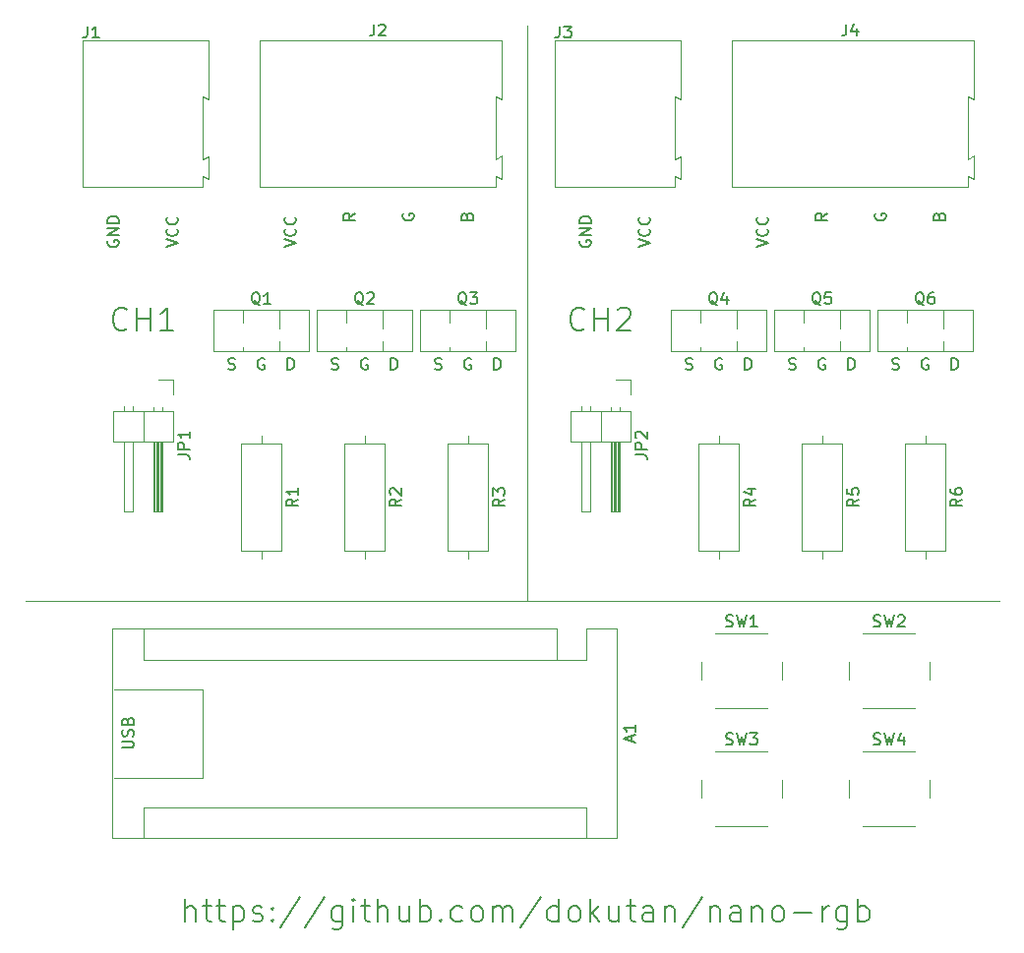
<source format=gto>
G04 #@! TF.GenerationSoftware,KiCad,Pcbnew,5.1.4*
G04 #@! TF.CreationDate,2019-11-07T18:24:18+01:00*
G04 #@! TF.ProjectId,nano-rgb,6e616e6f-2d72-4676-922e-6b696361645f,rev?*
G04 #@! TF.SameCoordinates,Original*
G04 #@! TF.FileFunction,Legend,Top*
G04 #@! TF.FilePolarity,Positive*
%FSLAX46Y46*%
G04 Gerber Fmt 4.6, Leading zero omitted, Abs format (unit mm)*
G04 Created by KiCad (PCBNEW 5.1.4) date 2019-11-07 18:24:18*
%MOMM*%
%LPD*%
G04 APERTURE LIST*
%ADD10C,0.150000*%
%ADD11C,0.120000*%
%ADD12C,0.200000*%
G04 APERTURE END LIST*
D10*
X156039047Y-145684761D02*
X156039047Y-143684761D01*
X156896190Y-145684761D02*
X156896190Y-144637142D01*
X156800952Y-144446666D01*
X156610476Y-144351428D01*
X156324761Y-144351428D01*
X156134285Y-144446666D01*
X156039047Y-144541904D01*
X157562857Y-144351428D02*
X158324761Y-144351428D01*
X157848571Y-143684761D02*
X157848571Y-145399047D01*
X157943809Y-145589523D01*
X158134285Y-145684761D01*
X158324761Y-145684761D01*
X158705714Y-144351428D02*
X159467619Y-144351428D01*
X158991428Y-143684761D02*
X158991428Y-145399047D01*
X159086666Y-145589523D01*
X159277142Y-145684761D01*
X159467619Y-145684761D01*
X160134285Y-144351428D02*
X160134285Y-146351428D01*
X160134285Y-144446666D02*
X160324761Y-144351428D01*
X160705714Y-144351428D01*
X160896190Y-144446666D01*
X160991428Y-144541904D01*
X161086666Y-144732380D01*
X161086666Y-145303809D01*
X160991428Y-145494285D01*
X160896190Y-145589523D01*
X160705714Y-145684761D01*
X160324761Y-145684761D01*
X160134285Y-145589523D01*
X161848571Y-145589523D02*
X162039047Y-145684761D01*
X162420000Y-145684761D01*
X162610476Y-145589523D01*
X162705714Y-145399047D01*
X162705714Y-145303809D01*
X162610476Y-145113333D01*
X162420000Y-145018095D01*
X162134285Y-145018095D01*
X161943809Y-144922857D01*
X161848571Y-144732380D01*
X161848571Y-144637142D01*
X161943809Y-144446666D01*
X162134285Y-144351428D01*
X162420000Y-144351428D01*
X162610476Y-144446666D01*
X163562857Y-145494285D02*
X163658095Y-145589523D01*
X163562857Y-145684761D01*
X163467619Y-145589523D01*
X163562857Y-145494285D01*
X163562857Y-145684761D01*
X163562857Y-144446666D02*
X163658095Y-144541904D01*
X163562857Y-144637142D01*
X163467619Y-144541904D01*
X163562857Y-144446666D01*
X163562857Y-144637142D01*
X165943809Y-143589523D02*
X164229523Y-146160952D01*
X168039047Y-143589523D02*
X166324761Y-146160952D01*
X169562857Y-144351428D02*
X169562857Y-145970476D01*
X169467619Y-146160952D01*
X169372380Y-146256190D01*
X169181904Y-146351428D01*
X168896190Y-146351428D01*
X168705714Y-146256190D01*
X169562857Y-145589523D02*
X169372380Y-145684761D01*
X168991428Y-145684761D01*
X168800952Y-145589523D01*
X168705714Y-145494285D01*
X168610476Y-145303809D01*
X168610476Y-144732380D01*
X168705714Y-144541904D01*
X168800952Y-144446666D01*
X168991428Y-144351428D01*
X169372380Y-144351428D01*
X169562857Y-144446666D01*
X170515238Y-145684761D02*
X170515238Y-144351428D01*
X170515238Y-143684761D02*
X170420000Y-143780000D01*
X170515238Y-143875238D01*
X170610476Y-143780000D01*
X170515238Y-143684761D01*
X170515238Y-143875238D01*
X171181904Y-144351428D02*
X171943809Y-144351428D01*
X171467619Y-143684761D02*
X171467619Y-145399047D01*
X171562857Y-145589523D01*
X171753333Y-145684761D01*
X171943809Y-145684761D01*
X172610476Y-145684761D02*
X172610476Y-143684761D01*
X173467619Y-145684761D02*
X173467619Y-144637142D01*
X173372380Y-144446666D01*
X173181904Y-144351428D01*
X172896190Y-144351428D01*
X172705714Y-144446666D01*
X172610476Y-144541904D01*
X175277142Y-144351428D02*
X175277142Y-145684761D01*
X174420000Y-144351428D02*
X174420000Y-145399047D01*
X174515238Y-145589523D01*
X174705714Y-145684761D01*
X174991428Y-145684761D01*
X175181904Y-145589523D01*
X175277142Y-145494285D01*
X176229523Y-145684761D02*
X176229523Y-143684761D01*
X176229523Y-144446666D02*
X176420000Y-144351428D01*
X176800952Y-144351428D01*
X176991428Y-144446666D01*
X177086666Y-144541904D01*
X177181904Y-144732380D01*
X177181904Y-145303809D01*
X177086666Y-145494285D01*
X176991428Y-145589523D01*
X176800952Y-145684761D01*
X176420000Y-145684761D01*
X176229523Y-145589523D01*
X178039047Y-145494285D02*
X178134285Y-145589523D01*
X178039047Y-145684761D01*
X177943809Y-145589523D01*
X178039047Y-145494285D01*
X178039047Y-145684761D01*
X179848571Y-145589523D02*
X179658095Y-145684761D01*
X179277142Y-145684761D01*
X179086666Y-145589523D01*
X178991428Y-145494285D01*
X178896190Y-145303809D01*
X178896190Y-144732380D01*
X178991428Y-144541904D01*
X179086666Y-144446666D01*
X179277142Y-144351428D01*
X179658095Y-144351428D01*
X179848571Y-144446666D01*
X180991428Y-145684761D02*
X180800952Y-145589523D01*
X180705714Y-145494285D01*
X180610476Y-145303809D01*
X180610476Y-144732380D01*
X180705714Y-144541904D01*
X180800952Y-144446666D01*
X180991428Y-144351428D01*
X181277142Y-144351428D01*
X181467619Y-144446666D01*
X181562857Y-144541904D01*
X181658095Y-144732380D01*
X181658095Y-145303809D01*
X181562857Y-145494285D01*
X181467619Y-145589523D01*
X181277142Y-145684761D01*
X180991428Y-145684761D01*
X182515238Y-145684761D02*
X182515238Y-144351428D01*
X182515238Y-144541904D02*
X182610476Y-144446666D01*
X182800952Y-144351428D01*
X183086666Y-144351428D01*
X183277142Y-144446666D01*
X183372380Y-144637142D01*
X183372380Y-145684761D01*
X183372380Y-144637142D02*
X183467619Y-144446666D01*
X183658095Y-144351428D01*
X183943809Y-144351428D01*
X184134285Y-144446666D01*
X184229523Y-144637142D01*
X184229523Y-145684761D01*
X186610476Y-143589523D02*
X184896190Y-146160952D01*
X188134285Y-145684761D02*
X188134285Y-143684761D01*
X188134285Y-145589523D02*
X187943809Y-145684761D01*
X187562857Y-145684761D01*
X187372380Y-145589523D01*
X187277142Y-145494285D01*
X187181904Y-145303809D01*
X187181904Y-144732380D01*
X187277142Y-144541904D01*
X187372380Y-144446666D01*
X187562857Y-144351428D01*
X187943809Y-144351428D01*
X188134285Y-144446666D01*
X189372380Y-145684761D02*
X189181904Y-145589523D01*
X189086666Y-145494285D01*
X188991428Y-145303809D01*
X188991428Y-144732380D01*
X189086666Y-144541904D01*
X189181904Y-144446666D01*
X189372380Y-144351428D01*
X189658095Y-144351428D01*
X189848571Y-144446666D01*
X189943809Y-144541904D01*
X190039047Y-144732380D01*
X190039047Y-145303809D01*
X189943809Y-145494285D01*
X189848571Y-145589523D01*
X189658095Y-145684761D01*
X189372380Y-145684761D01*
X190896190Y-145684761D02*
X190896190Y-143684761D01*
X191086666Y-144922857D02*
X191658095Y-145684761D01*
X191658095Y-144351428D02*
X190896190Y-145113333D01*
X193372380Y-144351428D02*
X193372380Y-145684761D01*
X192515238Y-144351428D02*
X192515238Y-145399047D01*
X192610476Y-145589523D01*
X192800952Y-145684761D01*
X193086666Y-145684761D01*
X193277142Y-145589523D01*
X193372380Y-145494285D01*
X194039047Y-144351428D02*
X194800952Y-144351428D01*
X194324761Y-143684761D02*
X194324761Y-145399047D01*
X194420000Y-145589523D01*
X194610476Y-145684761D01*
X194800952Y-145684761D01*
X196324761Y-145684761D02*
X196324761Y-144637142D01*
X196229523Y-144446666D01*
X196039047Y-144351428D01*
X195658095Y-144351428D01*
X195467619Y-144446666D01*
X196324761Y-145589523D02*
X196134285Y-145684761D01*
X195658095Y-145684761D01*
X195467619Y-145589523D01*
X195372380Y-145399047D01*
X195372380Y-145208571D01*
X195467619Y-145018095D01*
X195658095Y-144922857D01*
X196134285Y-144922857D01*
X196324761Y-144827619D01*
X197277142Y-144351428D02*
X197277142Y-145684761D01*
X197277142Y-144541904D02*
X197372380Y-144446666D01*
X197562857Y-144351428D01*
X197848571Y-144351428D01*
X198039047Y-144446666D01*
X198134285Y-144637142D01*
X198134285Y-145684761D01*
X200515238Y-143589523D02*
X198800952Y-146160952D01*
X201181904Y-144351428D02*
X201181904Y-145684761D01*
X201181904Y-144541904D02*
X201277142Y-144446666D01*
X201467619Y-144351428D01*
X201753333Y-144351428D01*
X201943809Y-144446666D01*
X202039047Y-144637142D01*
X202039047Y-145684761D01*
X203848571Y-145684761D02*
X203848571Y-144637142D01*
X203753333Y-144446666D01*
X203562857Y-144351428D01*
X203181904Y-144351428D01*
X202991428Y-144446666D01*
X203848571Y-145589523D02*
X203658095Y-145684761D01*
X203181904Y-145684761D01*
X202991428Y-145589523D01*
X202896190Y-145399047D01*
X202896190Y-145208571D01*
X202991428Y-145018095D01*
X203181904Y-144922857D01*
X203658095Y-144922857D01*
X203848571Y-144827619D01*
X204800952Y-144351428D02*
X204800952Y-145684761D01*
X204800952Y-144541904D02*
X204896190Y-144446666D01*
X205086666Y-144351428D01*
X205372380Y-144351428D01*
X205562857Y-144446666D01*
X205658095Y-144637142D01*
X205658095Y-145684761D01*
X206896190Y-145684761D02*
X206705714Y-145589523D01*
X206610476Y-145494285D01*
X206515238Y-145303809D01*
X206515238Y-144732380D01*
X206610476Y-144541904D01*
X206705714Y-144446666D01*
X206896190Y-144351428D01*
X207181904Y-144351428D01*
X207372380Y-144446666D01*
X207467619Y-144541904D01*
X207562857Y-144732380D01*
X207562857Y-145303809D01*
X207467619Y-145494285D01*
X207372380Y-145589523D01*
X207181904Y-145684761D01*
X206896190Y-145684761D01*
X208419999Y-144922857D02*
X209943809Y-144922857D01*
X210896190Y-145684761D02*
X210896190Y-144351428D01*
X210896190Y-144732380D02*
X210991428Y-144541904D01*
X211086666Y-144446666D01*
X211277142Y-144351428D01*
X211467619Y-144351428D01*
X212991428Y-144351428D02*
X212991428Y-145970476D01*
X212896190Y-146160952D01*
X212800952Y-146256190D01*
X212610476Y-146351428D01*
X212324761Y-146351428D01*
X212134285Y-146256190D01*
X212991428Y-145589523D02*
X212800952Y-145684761D01*
X212419999Y-145684761D01*
X212229523Y-145589523D01*
X212134285Y-145494285D01*
X212039047Y-145303809D01*
X212039047Y-144732380D01*
X212134285Y-144541904D01*
X212229523Y-144446666D01*
X212419999Y-144351428D01*
X212800952Y-144351428D01*
X212991428Y-144446666D01*
X213943809Y-145684761D02*
X213943809Y-143684761D01*
X213943809Y-144446666D02*
X214134285Y-144351428D01*
X214515238Y-144351428D01*
X214705714Y-144446666D01*
X214800952Y-144541904D01*
X214896190Y-144732380D01*
X214896190Y-145303809D01*
X214800952Y-145494285D01*
X214705714Y-145589523D01*
X214515238Y-145684761D01*
X214134285Y-145684761D01*
X213943809Y-145589523D01*
D11*
X157480000Y-133270000D02*
X149860000Y-133270000D01*
X157480000Y-125650000D02*
X157480000Y-133270000D01*
X149860000Y-125650000D02*
X157480000Y-125650000D01*
D10*
X150582380Y-130721904D02*
X151391904Y-130721904D01*
X151487142Y-130674285D01*
X151534761Y-130626666D01*
X151582380Y-130531428D01*
X151582380Y-130340952D01*
X151534761Y-130245714D01*
X151487142Y-130198095D01*
X151391904Y-130150476D01*
X150582380Y-130150476D01*
X151534761Y-129721904D02*
X151582380Y-129579047D01*
X151582380Y-129340952D01*
X151534761Y-129245714D01*
X151487142Y-129198095D01*
X151391904Y-129150476D01*
X151296666Y-129150476D01*
X151201428Y-129198095D01*
X151153809Y-129245714D01*
X151106190Y-129340952D01*
X151058571Y-129531428D01*
X151010952Y-129626666D01*
X150963333Y-129674285D01*
X150868095Y-129721904D01*
X150772857Y-129721904D01*
X150677619Y-129674285D01*
X150630000Y-129626666D01*
X150582380Y-129531428D01*
X150582380Y-129293333D01*
X150630000Y-129150476D01*
X151058571Y-128388571D02*
X151106190Y-128245714D01*
X151153809Y-128198095D01*
X151249047Y-128150476D01*
X151391904Y-128150476D01*
X151487142Y-128198095D01*
X151534761Y-128245714D01*
X151582380Y-128340952D01*
X151582380Y-128721904D01*
X150582380Y-128721904D01*
X150582380Y-128388571D01*
X150630000Y-128293333D01*
X150677619Y-128245714D01*
X150772857Y-128198095D01*
X150868095Y-128198095D01*
X150963333Y-128245714D01*
X151010952Y-128293333D01*
X151058571Y-128388571D01*
X151058571Y-128721904D01*
X159734285Y-98114761D02*
X159877142Y-98162380D01*
X160115238Y-98162380D01*
X160210476Y-98114761D01*
X160258095Y-98067142D01*
X160305714Y-97971904D01*
X160305714Y-97876666D01*
X160258095Y-97781428D01*
X160210476Y-97733809D01*
X160115238Y-97686190D01*
X159924761Y-97638571D01*
X159829523Y-97590952D01*
X159781904Y-97543333D01*
X159734285Y-97448095D01*
X159734285Y-97352857D01*
X159781904Y-97257619D01*
X159829523Y-97210000D01*
X159924761Y-97162380D01*
X160162857Y-97162380D01*
X160305714Y-97210000D01*
X162821904Y-97210000D02*
X162726666Y-97162380D01*
X162583809Y-97162380D01*
X162440952Y-97210000D01*
X162345714Y-97305238D01*
X162298095Y-97400476D01*
X162250476Y-97590952D01*
X162250476Y-97733809D01*
X162298095Y-97924285D01*
X162345714Y-98019523D01*
X162440952Y-98114761D01*
X162583809Y-98162380D01*
X162679047Y-98162380D01*
X162821904Y-98114761D01*
X162869523Y-98067142D01*
X162869523Y-97733809D01*
X162679047Y-97733809D01*
X164838095Y-98162380D02*
X164838095Y-97162380D01*
X165076190Y-97162380D01*
X165219047Y-97210000D01*
X165314285Y-97305238D01*
X165361904Y-97400476D01*
X165409523Y-97590952D01*
X165409523Y-97733809D01*
X165361904Y-97924285D01*
X165314285Y-98019523D01*
X165219047Y-98114761D01*
X165076190Y-98162380D01*
X164838095Y-98162380D01*
X173728095Y-98162380D02*
X173728095Y-97162380D01*
X173966190Y-97162380D01*
X174109047Y-97210000D01*
X174204285Y-97305238D01*
X174251904Y-97400476D01*
X174299523Y-97590952D01*
X174299523Y-97733809D01*
X174251904Y-97924285D01*
X174204285Y-98019523D01*
X174109047Y-98114761D01*
X173966190Y-98162380D01*
X173728095Y-98162380D01*
X168624285Y-98114761D02*
X168767142Y-98162380D01*
X169005238Y-98162380D01*
X169100476Y-98114761D01*
X169148095Y-98067142D01*
X169195714Y-97971904D01*
X169195714Y-97876666D01*
X169148095Y-97781428D01*
X169100476Y-97733809D01*
X169005238Y-97686190D01*
X168814761Y-97638571D01*
X168719523Y-97590952D01*
X168671904Y-97543333D01*
X168624285Y-97448095D01*
X168624285Y-97352857D01*
X168671904Y-97257619D01*
X168719523Y-97210000D01*
X168814761Y-97162380D01*
X169052857Y-97162380D01*
X169195714Y-97210000D01*
X171711904Y-97210000D02*
X171616666Y-97162380D01*
X171473809Y-97162380D01*
X171330952Y-97210000D01*
X171235714Y-97305238D01*
X171188095Y-97400476D01*
X171140476Y-97590952D01*
X171140476Y-97733809D01*
X171188095Y-97924285D01*
X171235714Y-98019523D01*
X171330952Y-98114761D01*
X171473809Y-98162380D01*
X171569047Y-98162380D01*
X171711904Y-98114761D01*
X171759523Y-98067142D01*
X171759523Y-97733809D01*
X171569047Y-97733809D01*
X180601904Y-97210000D02*
X180506666Y-97162380D01*
X180363809Y-97162380D01*
X180220952Y-97210000D01*
X180125714Y-97305238D01*
X180078095Y-97400476D01*
X180030476Y-97590952D01*
X180030476Y-97733809D01*
X180078095Y-97924285D01*
X180125714Y-98019523D01*
X180220952Y-98114761D01*
X180363809Y-98162380D01*
X180459047Y-98162380D01*
X180601904Y-98114761D01*
X180649523Y-98067142D01*
X180649523Y-97733809D01*
X180459047Y-97733809D01*
X182618095Y-98162380D02*
X182618095Y-97162380D01*
X182856190Y-97162380D01*
X182999047Y-97210000D01*
X183094285Y-97305238D01*
X183141904Y-97400476D01*
X183189523Y-97590952D01*
X183189523Y-97733809D01*
X183141904Y-97924285D01*
X183094285Y-98019523D01*
X182999047Y-98114761D01*
X182856190Y-98162380D01*
X182618095Y-98162380D01*
X177514285Y-98114761D02*
X177657142Y-98162380D01*
X177895238Y-98162380D01*
X177990476Y-98114761D01*
X178038095Y-98067142D01*
X178085714Y-97971904D01*
X178085714Y-97876666D01*
X178038095Y-97781428D01*
X177990476Y-97733809D01*
X177895238Y-97686190D01*
X177704761Y-97638571D01*
X177609523Y-97590952D01*
X177561904Y-97543333D01*
X177514285Y-97448095D01*
X177514285Y-97352857D01*
X177561904Y-97257619D01*
X177609523Y-97210000D01*
X177704761Y-97162380D01*
X177942857Y-97162380D01*
X178085714Y-97210000D01*
X216884285Y-98114761D02*
X217027142Y-98162380D01*
X217265238Y-98162380D01*
X217360476Y-98114761D01*
X217408095Y-98067142D01*
X217455714Y-97971904D01*
X217455714Y-97876666D01*
X217408095Y-97781428D01*
X217360476Y-97733809D01*
X217265238Y-97686190D01*
X217074761Y-97638571D01*
X216979523Y-97590952D01*
X216931904Y-97543333D01*
X216884285Y-97448095D01*
X216884285Y-97352857D01*
X216931904Y-97257619D01*
X216979523Y-97210000D01*
X217074761Y-97162380D01*
X217312857Y-97162380D01*
X217455714Y-97210000D01*
X221988095Y-98162380D02*
X221988095Y-97162380D01*
X222226190Y-97162380D01*
X222369047Y-97210000D01*
X222464285Y-97305238D01*
X222511904Y-97400476D01*
X222559523Y-97590952D01*
X222559523Y-97733809D01*
X222511904Y-97924285D01*
X222464285Y-98019523D01*
X222369047Y-98114761D01*
X222226190Y-98162380D01*
X221988095Y-98162380D01*
X219971904Y-97210000D02*
X219876666Y-97162380D01*
X219733809Y-97162380D01*
X219590952Y-97210000D01*
X219495714Y-97305238D01*
X219448095Y-97400476D01*
X219400476Y-97590952D01*
X219400476Y-97733809D01*
X219448095Y-97924285D01*
X219495714Y-98019523D01*
X219590952Y-98114761D01*
X219733809Y-98162380D01*
X219829047Y-98162380D01*
X219971904Y-98114761D01*
X220019523Y-98067142D01*
X220019523Y-97733809D01*
X219829047Y-97733809D01*
X207994285Y-98114761D02*
X208137142Y-98162380D01*
X208375238Y-98162380D01*
X208470476Y-98114761D01*
X208518095Y-98067142D01*
X208565714Y-97971904D01*
X208565714Y-97876666D01*
X208518095Y-97781428D01*
X208470476Y-97733809D01*
X208375238Y-97686190D01*
X208184761Y-97638571D01*
X208089523Y-97590952D01*
X208041904Y-97543333D01*
X207994285Y-97448095D01*
X207994285Y-97352857D01*
X208041904Y-97257619D01*
X208089523Y-97210000D01*
X208184761Y-97162380D01*
X208422857Y-97162380D01*
X208565714Y-97210000D01*
X211081904Y-97210000D02*
X210986666Y-97162380D01*
X210843809Y-97162380D01*
X210700952Y-97210000D01*
X210605714Y-97305238D01*
X210558095Y-97400476D01*
X210510476Y-97590952D01*
X210510476Y-97733809D01*
X210558095Y-97924285D01*
X210605714Y-98019523D01*
X210700952Y-98114761D01*
X210843809Y-98162380D01*
X210939047Y-98162380D01*
X211081904Y-98114761D01*
X211129523Y-98067142D01*
X211129523Y-97733809D01*
X210939047Y-97733809D01*
X213098095Y-98162380D02*
X213098095Y-97162380D01*
X213336190Y-97162380D01*
X213479047Y-97210000D01*
X213574285Y-97305238D01*
X213621904Y-97400476D01*
X213669523Y-97590952D01*
X213669523Y-97733809D01*
X213621904Y-97924285D01*
X213574285Y-98019523D01*
X213479047Y-98114761D01*
X213336190Y-98162380D01*
X213098095Y-98162380D01*
X204208095Y-98162380D02*
X204208095Y-97162380D01*
X204446190Y-97162380D01*
X204589047Y-97210000D01*
X204684285Y-97305238D01*
X204731904Y-97400476D01*
X204779523Y-97590952D01*
X204779523Y-97733809D01*
X204731904Y-97924285D01*
X204684285Y-98019523D01*
X204589047Y-98114761D01*
X204446190Y-98162380D01*
X204208095Y-98162380D01*
X202191904Y-97210000D02*
X202096666Y-97162380D01*
X201953809Y-97162380D01*
X201810952Y-97210000D01*
X201715714Y-97305238D01*
X201668095Y-97400476D01*
X201620476Y-97590952D01*
X201620476Y-97733809D01*
X201668095Y-97924285D01*
X201715714Y-98019523D01*
X201810952Y-98114761D01*
X201953809Y-98162380D01*
X202049047Y-98162380D01*
X202191904Y-98114761D01*
X202239523Y-98067142D01*
X202239523Y-97733809D01*
X202049047Y-97733809D01*
X199104285Y-98114761D02*
X199247142Y-98162380D01*
X199485238Y-98162380D01*
X199580476Y-98114761D01*
X199628095Y-98067142D01*
X199675714Y-97971904D01*
X199675714Y-97876666D01*
X199628095Y-97781428D01*
X199580476Y-97733809D01*
X199485238Y-97686190D01*
X199294761Y-97638571D01*
X199199523Y-97590952D01*
X199151904Y-97543333D01*
X199104285Y-97448095D01*
X199104285Y-97352857D01*
X199151904Y-97257619D01*
X199199523Y-97210000D01*
X199294761Y-97162380D01*
X199532857Y-97162380D01*
X199675714Y-97210000D01*
D12*
X190389047Y-94614285D02*
X190293809Y-94709523D01*
X190008095Y-94804761D01*
X189817619Y-94804761D01*
X189531904Y-94709523D01*
X189341428Y-94519047D01*
X189246190Y-94328571D01*
X189150952Y-93947619D01*
X189150952Y-93661904D01*
X189246190Y-93280952D01*
X189341428Y-93090476D01*
X189531904Y-92900000D01*
X189817619Y-92804761D01*
X190008095Y-92804761D01*
X190293809Y-92900000D01*
X190389047Y-92995238D01*
X191246190Y-94804761D02*
X191246190Y-92804761D01*
X191246190Y-93757142D02*
X192389047Y-93757142D01*
X192389047Y-94804761D02*
X192389047Y-92804761D01*
X193246190Y-92995238D02*
X193341428Y-92900000D01*
X193531904Y-92804761D01*
X194008095Y-92804761D01*
X194198571Y-92900000D01*
X194293809Y-92995238D01*
X194389047Y-93185714D01*
X194389047Y-93376190D01*
X194293809Y-93661904D01*
X193150952Y-94804761D01*
X194389047Y-94804761D01*
X151019047Y-94614285D02*
X150923809Y-94709523D01*
X150638095Y-94804761D01*
X150447619Y-94804761D01*
X150161904Y-94709523D01*
X149971428Y-94519047D01*
X149876190Y-94328571D01*
X149780952Y-93947619D01*
X149780952Y-93661904D01*
X149876190Y-93280952D01*
X149971428Y-93090476D01*
X150161904Y-92900000D01*
X150447619Y-92804761D01*
X150638095Y-92804761D01*
X150923809Y-92900000D01*
X151019047Y-92995238D01*
X151876190Y-94804761D02*
X151876190Y-92804761D01*
X151876190Y-93757142D02*
X153019047Y-93757142D01*
X153019047Y-94804761D02*
X153019047Y-92804761D01*
X155019047Y-94804761D02*
X153876190Y-94804761D01*
X154447619Y-94804761D02*
X154447619Y-92804761D01*
X154257142Y-93090476D01*
X154066666Y-93280952D01*
X153876190Y-93376190D01*
D10*
X180268571Y-84938571D02*
X180316190Y-84795714D01*
X180363809Y-84748095D01*
X180459047Y-84700476D01*
X180601904Y-84700476D01*
X180697142Y-84748095D01*
X180744761Y-84795714D01*
X180792380Y-84890952D01*
X180792380Y-85271904D01*
X179792380Y-85271904D01*
X179792380Y-84938571D01*
X179840000Y-84843333D01*
X179887619Y-84795714D01*
X179982857Y-84748095D01*
X180078095Y-84748095D01*
X180173333Y-84795714D01*
X180220952Y-84843333D01*
X180268571Y-84938571D01*
X180268571Y-85271904D01*
X174760000Y-84748095D02*
X174712380Y-84843333D01*
X174712380Y-84986190D01*
X174760000Y-85129047D01*
X174855238Y-85224285D01*
X174950476Y-85271904D01*
X175140952Y-85319523D01*
X175283809Y-85319523D01*
X175474285Y-85271904D01*
X175569523Y-85224285D01*
X175664761Y-85129047D01*
X175712380Y-84986190D01*
X175712380Y-84890952D01*
X175664761Y-84748095D01*
X175617142Y-84700476D01*
X175283809Y-84700476D01*
X175283809Y-84890952D01*
X170632380Y-84700476D02*
X170156190Y-85033809D01*
X170632380Y-85271904D02*
X169632380Y-85271904D01*
X169632380Y-84890952D01*
X169680000Y-84795714D01*
X169727619Y-84748095D01*
X169822857Y-84700476D01*
X169965714Y-84700476D01*
X170060952Y-84748095D01*
X170108571Y-84795714D01*
X170156190Y-84890952D01*
X170156190Y-85271904D01*
X220908571Y-84938571D02*
X220956190Y-84795714D01*
X221003809Y-84748095D01*
X221099047Y-84700476D01*
X221241904Y-84700476D01*
X221337142Y-84748095D01*
X221384761Y-84795714D01*
X221432380Y-84890952D01*
X221432380Y-85271904D01*
X220432380Y-85271904D01*
X220432380Y-84938571D01*
X220480000Y-84843333D01*
X220527619Y-84795714D01*
X220622857Y-84748095D01*
X220718095Y-84748095D01*
X220813333Y-84795714D01*
X220860952Y-84843333D01*
X220908571Y-84938571D01*
X220908571Y-85271904D01*
X215400000Y-84748095D02*
X215352380Y-84843333D01*
X215352380Y-84986190D01*
X215400000Y-85129047D01*
X215495238Y-85224285D01*
X215590476Y-85271904D01*
X215780952Y-85319523D01*
X215923809Y-85319523D01*
X216114285Y-85271904D01*
X216209523Y-85224285D01*
X216304761Y-85129047D01*
X216352380Y-84986190D01*
X216352380Y-84890952D01*
X216304761Y-84748095D01*
X216257142Y-84700476D01*
X215923809Y-84700476D01*
X215923809Y-84890952D01*
X211272380Y-84700476D02*
X210796190Y-85033809D01*
X211272380Y-85271904D02*
X210272380Y-85271904D01*
X210272380Y-84890952D01*
X210320000Y-84795714D01*
X210367619Y-84748095D01*
X210462857Y-84700476D01*
X210605714Y-84700476D01*
X210700952Y-84748095D01*
X210748571Y-84795714D01*
X210796190Y-84890952D01*
X210796190Y-85271904D01*
D11*
X185420000Y-68500000D02*
X185420000Y-118030000D01*
X226060000Y-118030000D02*
X142240000Y-118030000D01*
D10*
X205192380Y-87613333D02*
X206192380Y-87280000D01*
X205192380Y-86946666D01*
X206097142Y-86041904D02*
X206144761Y-86089523D01*
X206192380Y-86232380D01*
X206192380Y-86327619D01*
X206144761Y-86470476D01*
X206049523Y-86565714D01*
X205954285Y-86613333D01*
X205763809Y-86660952D01*
X205620952Y-86660952D01*
X205430476Y-86613333D01*
X205335238Y-86565714D01*
X205240000Y-86470476D01*
X205192380Y-86327619D01*
X205192380Y-86232380D01*
X205240000Y-86089523D01*
X205287619Y-86041904D01*
X206097142Y-85041904D02*
X206144761Y-85089523D01*
X206192380Y-85232380D01*
X206192380Y-85327619D01*
X206144761Y-85470476D01*
X206049523Y-85565714D01*
X205954285Y-85613333D01*
X205763809Y-85660952D01*
X205620952Y-85660952D01*
X205430476Y-85613333D01*
X205335238Y-85565714D01*
X205240000Y-85470476D01*
X205192380Y-85327619D01*
X205192380Y-85232380D01*
X205240000Y-85089523D01*
X205287619Y-85041904D01*
X164552380Y-87613333D02*
X165552380Y-87280000D01*
X164552380Y-86946666D01*
X165457142Y-86041904D02*
X165504761Y-86089523D01*
X165552380Y-86232380D01*
X165552380Y-86327619D01*
X165504761Y-86470476D01*
X165409523Y-86565714D01*
X165314285Y-86613333D01*
X165123809Y-86660952D01*
X164980952Y-86660952D01*
X164790476Y-86613333D01*
X164695238Y-86565714D01*
X164600000Y-86470476D01*
X164552380Y-86327619D01*
X164552380Y-86232380D01*
X164600000Y-86089523D01*
X164647619Y-86041904D01*
X165457142Y-85041904D02*
X165504761Y-85089523D01*
X165552380Y-85232380D01*
X165552380Y-85327619D01*
X165504761Y-85470476D01*
X165409523Y-85565714D01*
X165314285Y-85613333D01*
X165123809Y-85660952D01*
X164980952Y-85660952D01*
X164790476Y-85613333D01*
X164695238Y-85565714D01*
X164600000Y-85470476D01*
X164552380Y-85327619D01*
X164552380Y-85232380D01*
X164600000Y-85089523D01*
X164647619Y-85041904D01*
X195032380Y-87613333D02*
X196032380Y-87280000D01*
X195032380Y-86946666D01*
X195937142Y-86041904D02*
X195984761Y-86089523D01*
X196032380Y-86232380D01*
X196032380Y-86327619D01*
X195984761Y-86470476D01*
X195889523Y-86565714D01*
X195794285Y-86613333D01*
X195603809Y-86660952D01*
X195460952Y-86660952D01*
X195270476Y-86613333D01*
X195175238Y-86565714D01*
X195080000Y-86470476D01*
X195032380Y-86327619D01*
X195032380Y-86232380D01*
X195080000Y-86089523D01*
X195127619Y-86041904D01*
X195937142Y-85041904D02*
X195984761Y-85089523D01*
X196032380Y-85232380D01*
X196032380Y-85327619D01*
X195984761Y-85470476D01*
X195889523Y-85565714D01*
X195794285Y-85613333D01*
X195603809Y-85660952D01*
X195460952Y-85660952D01*
X195270476Y-85613333D01*
X195175238Y-85565714D01*
X195080000Y-85470476D01*
X195032380Y-85327619D01*
X195032380Y-85232380D01*
X195080000Y-85089523D01*
X195127619Y-85041904D01*
X154392380Y-87613333D02*
X155392380Y-87280000D01*
X154392380Y-86946666D01*
X155297142Y-86041904D02*
X155344761Y-86089523D01*
X155392380Y-86232380D01*
X155392380Y-86327619D01*
X155344761Y-86470476D01*
X155249523Y-86565714D01*
X155154285Y-86613333D01*
X154963809Y-86660952D01*
X154820952Y-86660952D01*
X154630476Y-86613333D01*
X154535238Y-86565714D01*
X154440000Y-86470476D01*
X154392380Y-86327619D01*
X154392380Y-86232380D01*
X154440000Y-86089523D01*
X154487619Y-86041904D01*
X155297142Y-85041904D02*
X155344761Y-85089523D01*
X155392380Y-85232380D01*
X155392380Y-85327619D01*
X155344761Y-85470476D01*
X155249523Y-85565714D01*
X155154285Y-85613333D01*
X154963809Y-85660952D01*
X154820952Y-85660952D01*
X154630476Y-85613333D01*
X154535238Y-85565714D01*
X154440000Y-85470476D01*
X154392380Y-85327619D01*
X154392380Y-85232380D01*
X154440000Y-85089523D01*
X154487619Y-85041904D01*
X190000000Y-87041904D02*
X189952380Y-87137142D01*
X189952380Y-87280000D01*
X190000000Y-87422857D01*
X190095238Y-87518095D01*
X190190476Y-87565714D01*
X190380952Y-87613333D01*
X190523809Y-87613333D01*
X190714285Y-87565714D01*
X190809523Y-87518095D01*
X190904761Y-87422857D01*
X190952380Y-87280000D01*
X190952380Y-87184761D01*
X190904761Y-87041904D01*
X190857142Y-86994285D01*
X190523809Y-86994285D01*
X190523809Y-87184761D01*
X190952380Y-86565714D02*
X189952380Y-86565714D01*
X190952380Y-85994285D01*
X189952380Y-85994285D01*
X190952380Y-85518095D02*
X189952380Y-85518095D01*
X189952380Y-85280000D01*
X190000000Y-85137142D01*
X190095238Y-85041904D01*
X190190476Y-84994285D01*
X190380952Y-84946666D01*
X190523809Y-84946666D01*
X190714285Y-84994285D01*
X190809523Y-85041904D01*
X190904761Y-85137142D01*
X190952380Y-85280000D01*
X190952380Y-85518095D01*
X149360000Y-87041904D02*
X149312380Y-87137142D01*
X149312380Y-87280000D01*
X149360000Y-87422857D01*
X149455238Y-87518095D01*
X149550476Y-87565714D01*
X149740952Y-87613333D01*
X149883809Y-87613333D01*
X150074285Y-87565714D01*
X150169523Y-87518095D01*
X150264761Y-87422857D01*
X150312380Y-87280000D01*
X150312380Y-87184761D01*
X150264761Y-87041904D01*
X150217142Y-86994285D01*
X149883809Y-86994285D01*
X149883809Y-87184761D01*
X150312380Y-86565714D02*
X149312380Y-86565714D01*
X150312380Y-85994285D01*
X149312380Y-85994285D01*
X150312380Y-85518095D02*
X149312380Y-85518095D01*
X149312380Y-85280000D01*
X149360000Y-85137142D01*
X149455238Y-85041904D01*
X149550476Y-84994285D01*
X149740952Y-84946666D01*
X149883809Y-84946666D01*
X150074285Y-84994285D01*
X150169523Y-85041904D01*
X150264761Y-85137142D01*
X150312380Y-85280000D01*
X150312380Y-85518095D01*
D11*
X201660000Y-127340000D02*
X206160000Y-127340000D01*
X200410000Y-123340000D02*
X200410000Y-124840000D01*
X206160000Y-120840000D02*
X201660000Y-120840000D01*
X207410000Y-124840000D02*
X207410000Y-123340000D01*
X220110000Y-135000000D02*
X220110000Y-133500000D01*
X218860000Y-131000000D02*
X214360000Y-131000000D01*
X213110000Y-133500000D02*
X213110000Y-135000000D01*
X214360000Y-137500000D02*
X218860000Y-137500000D01*
X221430000Y-104520000D02*
X217990000Y-104520000D01*
X217990000Y-104520000D02*
X217990000Y-113760000D01*
X217990000Y-113760000D02*
X221430000Y-113760000D01*
X221430000Y-113760000D02*
X221430000Y-104520000D01*
X219710000Y-103830000D02*
X219710000Y-104520000D01*
X219710000Y-114450000D02*
X219710000Y-113760000D01*
X187960000Y-123110000D02*
X190500000Y-123110000D01*
X190500000Y-123110000D02*
X190500000Y-120440000D01*
X187960000Y-120440000D02*
X149730000Y-120440000D01*
X193170000Y-120440000D02*
X190500000Y-120440000D01*
X190500000Y-135810000D02*
X190500000Y-138480000D01*
X190500000Y-135810000D02*
X152400000Y-135810000D01*
X152400000Y-135810000D02*
X152400000Y-138480000D01*
X187960000Y-123110000D02*
X187960000Y-120440000D01*
X187960000Y-123110000D02*
X152400000Y-123110000D01*
X152400000Y-123110000D02*
X152400000Y-120440000D01*
X149730000Y-120440000D02*
X149730000Y-138480000D01*
X149730000Y-138480000D02*
X193170000Y-138480000D01*
X193170000Y-138480000D02*
X193170000Y-120440000D01*
X147210000Y-69820000D02*
X147210000Y-82420000D01*
X147210000Y-82420000D02*
X157560000Y-82420000D01*
X157560000Y-82420000D02*
X157560000Y-81470000D01*
X157560000Y-81470000D02*
X158060000Y-81720000D01*
X158060000Y-81720000D02*
X158060000Y-79820000D01*
X158060000Y-79820000D02*
X158060000Y-79770000D01*
X158060000Y-79770000D02*
X157560000Y-80020000D01*
X157560000Y-80020000D02*
X157560000Y-74620000D01*
X157560000Y-74620000D02*
X158060000Y-74920000D01*
X158060000Y-74920000D02*
X158060000Y-69820000D01*
X158060000Y-69820000D02*
X147210000Y-69820000D01*
X162450000Y-69820000D02*
X183250000Y-69820000D01*
X183250000Y-69820000D02*
X183250000Y-74870000D01*
X183250000Y-74870000D02*
X182750000Y-74620000D01*
X182750000Y-74620000D02*
X182750000Y-80020000D01*
X182750000Y-80020000D02*
X183300000Y-79720000D01*
X183300000Y-79720000D02*
X183300000Y-81770000D01*
X183300000Y-81770000D02*
X182750000Y-81470000D01*
X182750000Y-81470000D02*
X182750000Y-82420000D01*
X182750000Y-82420000D02*
X162450000Y-82420000D01*
X162450000Y-82420000D02*
X162450000Y-69820000D01*
X198700000Y-69820000D02*
X187850000Y-69820000D01*
X198700000Y-74920000D02*
X198700000Y-69820000D01*
X198200000Y-74620000D02*
X198700000Y-74920000D01*
X198200000Y-80020000D02*
X198200000Y-74620000D01*
X198700000Y-79770000D02*
X198200000Y-80020000D01*
X198700000Y-79820000D02*
X198700000Y-79770000D01*
X198700000Y-81720000D02*
X198700000Y-79820000D01*
X198200000Y-81470000D02*
X198700000Y-81720000D01*
X198200000Y-82420000D02*
X198200000Y-81470000D01*
X187850000Y-82420000D02*
X198200000Y-82420000D01*
X187850000Y-69820000D02*
X187850000Y-82420000D01*
X203090000Y-82420000D02*
X203090000Y-69820000D01*
X223390000Y-82420000D02*
X203090000Y-82420000D01*
X223390000Y-81470000D02*
X223390000Y-82420000D01*
X223940000Y-81770000D02*
X223390000Y-81470000D01*
X223940000Y-79720000D02*
X223940000Y-81770000D01*
X223390000Y-80020000D02*
X223940000Y-79720000D01*
X223390000Y-74620000D02*
X223390000Y-80020000D01*
X223890000Y-74870000D02*
X223390000Y-74620000D01*
X223890000Y-69820000D02*
X223890000Y-74870000D01*
X203090000Y-69820000D02*
X223890000Y-69820000D01*
X155000000Y-101690000D02*
X149800000Y-101690000D01*
X149800000Y-101690000D02*
X149800000Y-104350000D01*
X149800000Y-104350000D02*
X155000000Y-104350000D01*
X155000000Y-104350000D02*
X155000000Y-101690000D01*
X154050000Y-104350000D02*
X154050000Y-110350000D01*
X154050000Y-110350000D02*
X153290000Y-110350000D01*
X153290000Y-110350000D02*
X153290000Y-104350000D01*
X153990000Y-104350000D02*
X153990000Y-110350000D01*
X153870000Y-104350000D02*
X153870000Y-110350000D01*
X153750000Y-104350000D02*
X153750000Y-110350000D01*
X153630000Y-104350000D02*
X153630000Y-110350000D01*
X153510000Y-104350000D02*
X153510000Y-110350000D01*
X153390000Y-104350000D02*
X153390000Y-110350000D01*
X154050000Y-101360000D02*
X154050000Y-101690000D01*
X153290000Y-101360000D02*
X153290000Y-101690000D01*
X152400000Y-101690000D02*
X152400000Y-104350000D01*
X151510000Y-104350000D02*
X151510000Y-110350000D01*
X151510000Y-110350000D02*
X150750000Y-110350000D01*
X150750000Y-110350000D02*
X150750000Y-104350000D01*
X151510000Y-101292929D02*
X151510000Y-101690000D01*
X150750000Y-101292929D02*
X150750000Y-101690000D01*
X153670000Y-98980000D02*
X154940000Y-98980000D01*
X154940000Y-98980000D02*
X154940000Y-100250000D01*
X194310000Y-98980000D02*
X194310000Y-100250000D01*
X193040000Y-98980000D02*
X194310000Y-98980000D01*
X190120000Y-101292929D02*
X190120000Y-101690000D01*
X190880000Y-101292929D02*
X190880000Y-101690000D01*
X190120000Y-110350000D02*
X190120000Y-104350000D01*
X190880000Y-110350000D02*
X190120000Y-110350000D01*
X190880000Y-104350000D02*
X190880000Y-110350000D01*
X191770000Y-101690000D02*
X191770000Y-104350000D01*
X192660000Y-101360000D02*
X192660000Y-101690000D01*
X193420000Y-101360000D02*
X193420000Y-101690000D01*
X192760000Y-104350000D02*
X192760000Y-110350000D01*
X192880000Y-104350000D02*
X192880000Y-110350000D01*
X193000000Y-104350000D02*
X193000000Y-110350000D01*
X193120000Y-104350000D02*
X193120000Y-110350000D01*
X193240000Y-104350000D02*
X193240000Y-110350000D01*
X193360000Y-104350000D02*
X193360000Y-110350000D01*
X192660000Y-110350000D02*
X192660000Y-104350000D01*
X193420000Y-110350000D02*
X192660000Y-110350000D01*
X193420000Y-104350000D02*
X193420000Y-110350000D01*
X194370000Y-104350000D02*
X194370000Y-101690000D01*
X189170000Y-104350000D02*
X194370000Y-104350000D01*
X189170000Y-101690000D02*
X189170000Y-104350000D01*
X194370000Y-101690000D02*
X189170000Y-101690000D01*
X162560000Y-114450000D02*
X162560000Y-113760000D01*
X162560000Y-103830000D02*
X162560000Y-104520000D01*
X164280000Y-113760000D02*
X164280000Y-104520000D01*
X160840000Y-113760000D02*
X164280000Y-113760000D01*
X160840000Y-104520000D02*
X160840000Y-113760000D01*
X164280000Y-104520000D02*
X160840000Y-104520000D01*
X173170000Y-104520000D02*
X169730000Y-104520000D01*
X169730000Y-104520000D02*
X169730000Y-113760000D01*
X169730000Y-113760000D02*
X173170000Y-113760000D01*
X173170000Y-113760000D02*
X173170000Y-104520000D01*
X171450000Y-103830000D02*
X171450000Y-104520000D01*
X171450000Y-114450000D02*
X171450000Y-113760000D01*
X180340000Y-114450000D02*
X180340000Y-113760000D01*
X180340000Y-103830000D02*
X180340000Y-104520000D01*
X182060000Y-113760000D02*
X182060000Y-104520000D01*
X178620000Y-113760000D02*
X182060000Y-113760000D01*
X178620000Y-104520000D02*
X178620000Y-113760000D01*
X182060000Y-104520000D02*
X178620000Y-104520000D01*
X203650000Y-104520000D02*
X200210000Y-104520000D01*
X200210000Y-104520000D02*
X200210000Y-113760000D01*
X200210000Y-113760000D02*
X203650000Y-113760000D01*
X203650000Y-113760000D02*
X203650000Y-104520000D01*
X201930000Y-103830000D02*
X201930000Y-104520000D01*
X201930000Y-114450000D02*
X201930000Y-113760000D01*
X210820000Y-114450000D02*
X210820000Y-113760000D01*
X210820000Y-103830000D02*
X210820000Y-104520000D01*
X212540000Y-113760000D02*
X212540000Y-104520000D01*
X209100000Y-113760000D02*
X212540000Y-113760000D01*
X209100000Y-104520000D02*
X209100000Y-113760000D01*
X212540000Y-104520000D02*
X209100000Y-104520000D01*
X220110000Y-124840000D02*
X220110000Y-123340000D01*
X218860000Y-120840000D02*
X214360000Y-120840000D01*
X213110000Y-123340000D02*
X213110000Y-124840000D01*
X214360000Y-127340000D02*
X218860000Y-127340000D01*
X201660000Y-137500000D02*
X206160000Y-137500000D01*
X200410000Y-133500000D02*
X200410000Y-135000000D01*
X206160000Y-131000000D02*
X201660000Y-131000000D01*
X207410000Y-135000000D02*
X207410000Y-133500000D01*
X164161000Y-95710000D02*
X164161000Y-96540000D01*
X164161000Y-93050000D02*
X164161000Y-94630000D01*
X160960000Y-96220000D02*
X160960000Y-96540000D01*
X160960000Y-93050000D02*
X160960000Y-94120000D01*
X166680000Y-93050000D02*
X166680000Y-96540000D01*
X158440000Y-93050000D02*
X158440000Y-96540000D01*
X158440000Y-96540000D02*
X166680000Y-96540000D01*
X158440000Y-93050000D02*
X166680000Y-93050000D01*
X167330000Y-93050000D02*
X175570000Y-93050000D01*
X167330000Y-96540000D02*
X175570000Y-96540000D01*
X167330000Y-93050000D02*
X167330000Y-96540000D01*
X175570000Y-93050000D02*
X175570000Y-96540000D01*
X169850000Y-93050000D02*
X169850000Y-94120000D01*
X169850000Y-96220000D02*
X169850000Y-96540000D01*
X173051000Y-93050000D02*
X173051000Y-94630000D01*
X173051000Y-95710000D02*
X173051000Y-96540000D01*
X176220000Y-93050000D02*
X184460000Y-93050000D01*
X176220000Y-96540000D02*
X184460000Y-96540000D01*
X176220000Y-93050000D02*
X176220000Y-96540000D01*
X184460000Y-93050000D02*
X184460000Y-96540000D01*
X178740000Y-93050000D02*
X178740000Y-94120000D01*
X178740000Y-96220000D02*
X178740000Y-96540000D01*
X181941000Y-93050000D02*
X181941000Y-94630000D01*
X181941000Y-95710000D02*
X181941000Y-96540000D01*
X203531000Y-95710000D02*
X203531000Y-96540000D01*
X203531000Y-93050000D02*
X203531000Y-94630000D01*
X200330000Y-96220000D02*
X200330000Y-96540000D01*
X200330000Y-93050000D02*
X200330000Y-94120000D01*
X206050000Y-93050000D02*
X206050000Y-96540000D01*
X197810000Y-93050000D02*
X197810000Y-96540000D01*
X197810000Y-96540000D02*
X206050000Y-96540000D01*
X197810000Y-93050000D02*
X206050000Y-93050000D01*
X206700000Y-93050000D02*
X214940000Y-93050000D01*
X206700000Y-96540000D02*
X214940000Y-96540000D01*
X206700000Y-93050000D02*
X206700000Y-96540000D01*
X214940000Y-93050000D02*
X214940000Y-96540000D01*
X209220000Y-93050000D02*
X209220000Y-94120000D01*
X209220000Y-96220000D02*
X209220000Y-96540000D01*
X212421000Y-93050000D02*
X212421000Y-94630000D01*
X212421000Y-95710000D02*
X212421000Y-96540000D01*
X221311000Y-95710000D02*
X221311000Y-96540000D01*
X221311000Y-93050000D02*
X221311000Y-94630000D01*
X218110000Y-96220000D02*
X218110000Y-96540000D01*
X218110000Y-93050000D02*
X218110000Y-94120000D01*
X223830000Y-93050000D02*
X223830000Y-96540000D01*
X215590000Y-93050000D02*
X215590000Y-96540000D01*
X215590000Y-96540000D02*
X223830000Y-96540000D01*
X215590000Y-93050000D02*
X223830000Y-93050000D01*
D10*
X202576666Y-120244761D02*
X202719523Y-120292380D01*
X202957619Y-120292380D01*
X203052857Y-120244761D01*
X203100476Y-120197142D01*
X203148095Y-120101904D01*
X203148095Y-120006666D01*
X203100476Y-119911428D01*
X203052857Y-119863809D01*
X202957619Y-119816190D01*
X202767142Y-119768571D01*
X202671904Y-119720952D01*
X202624285Y-119673333D01*
X202576666Y-119578095D01*
X202576666Y-119482857D01*
X202624285Y-119387619D01*
X202671904Y-119340000D01*
X202767142Y-119292380D01*
X203005238Y-119292380D01*
X203148095Y-119340000D01*
X203481428Y-119292380D02*
X203719523Y-120292380D01*
X203910000Y-119578095D01*
X204100476Y-120292380D01*
X204338571Y-119292380D01*
X205243333Y-120292380D02*
X204671904Y-120292380D01*
X204957619Y-120292380D02*
X204957619Y-119292380D01*
X204862380Y-119435238D01*
X204767142Y-119530476D01*
X204671904Y-119578095D01*
X215276666Y-130404761D02*
X215419523Y-130452380D01*
X215657619Y-130452380D01*
X215752857Y-130404761D01*
X215800476Y-130357142D01*
X215848095Y-130261904D01*
X215848095Y-130166666D01*
X215800476Y-130071428D01*
X215752857Y-130023809D01*
X215657619Y-129976190D01*
X215467142Y-129928571D01*
X215371904Y-129880952D01*
X215324285Y-129833333D01*
X215276666Y-129738095D01*
X215276666Y-129642857D01*
X215324285Y-129547619D01*
X215371904Y-129500000D01*
X215467142Y-129452380D01*
X215705238Y-129452380D01*
X215848095Y-129500000D01*
X216181428Y-129452380D02*
X216419523Y-130452380D01*
X216610000Y-129738095D01*
X216800476Y-130452380D01*
X217038571Y-129452380D01*
X217848095Y-129785714D02*
X217848095Y-130452380D01*
X217610000Y-129404761D02*
X217371904Y-130119047D01*
X217990952Y-130119047D01*
X222882380Y-109306666D02*
X222406190Y-109640000D01*
X222882380Y-109878095D02*
X221882380Y-109878095D01*
X221882380Y-109497142D01*
X221930000Y-109401904D01*
X221977619Y-109354285D01*
X222072857Y-109306666D01*
X222215714Y-109306666D01*
X222310952Y-109354285D01*
X222358571Y-109401904D01*
X222406190Y-109497142D01*
X222406190Y-109878095D01*
X221882380Y-108449523D02*
X221882380Y-108640000D01*
X221930000Y-108735238D01*
X221977619Y-108782857D01*
X222120476Y-108878095D01*
X222310952Y-108925714D01*
X222691904Y-108925714D01*
X222787142Y-108878095D01*
X222834761Y-108830476D01*
X222882380Y-108735238D01*
X222882380Y-108544761D01*
X222834761Y-108449523D01*
X222787142Y-108401904D01*
X222691904Y-108354285D01*
X222453809Y-108354285D01*
X222358571Y-108401904D01*
X222310952Y-108449523D01*
X222263333Y-108544761D01*
X222263333Y-108735238D01*
X222310952Y-108830476D01*
X222358571Y-108878095D01*
X222453809Y-108925714D01*
X194476666Y-130174285D02*
X194476666Y-129698095D01*
X194762380Y-130269523D02*
X193762380Y-129936190D01*
X194762380Y-129602857D01*
X194762380Y-128745714D02*
X194762380Y-129317142D01*
X194762380Y-129031428D02*
X193762380Y-129031428D01*
X193905238Y-129126666D01*
X194000476Y-129221904D01*
X194048095Y-129317142D01*
X147606666Y-68582380D02*
X147606666Y-69296666D01*
X147559047Y-69439523D01*
X147463809Y-69534761D01*
X147320952Y-69582380D01*
X147225714Y-69582380D01*
X148606666Y-69582380D02*
X148035238Y-69582380D01*
X148320952Y-69582380D02*
X148320952Y-68582380D01*
X148225714Y-68725238D01*
X148130476Y-68820476D01*
X148035238Y-68868095D01*
X172266666Y-68422380D02*
X172266666Y-69136666D01*
X172219047Y-69279523D01*
X172123809Y-69374761D01*
X171980952Y-69422380D01*
X171885714Y-69422380D01*
X172695238Y-68517619D02*
X172742857Y-68470000D01*
X172838095Y-68422380D01*
X173076190Y-68422380D01*
X173171428Y-68470000D01*
X173219047Y-68517619D01*
X173266666Y-68612857D01*
X173266666Y-68708095D01*
X173219047Y-68850952D01*
X172647619Y-69422380D01*
X173266666Y-69422380D01*
X188246666Y-68582380D02*
X188246666Y-69296666D01*
X188199047Y-69439523D01*
X188103809Y-69534761D01*
X187960952Y-69582380D01*
X187865714Y-69582380D01*
X188627619Y-68582380D02*
X189246666Y-68582380D01*
X188913333Y-68963333D01*
X189056190Y-68963333D01*
X189151428Y-69010952D01*
X189199047Y-69058571D01*
X189246666Y-69153809D01*
X189246666Y-69391904D01*
X189199047Y-69487142D01*
X189151428Y-69534761D01*
X189056190Y-69582380D01*
X188770476Y-69582380D01*
X188675238Y-69534761D01*
X188627619Y-69487142D01*
X212906666Y-68422380D02*
X212906666Y-69136666D01*
X212859047Y-69279523D01*
X212763809Y-69374761D01*
X212620952Y-69422380D01*
X212525714Y-69422380D01*
X213811428Y-68755714D02*
X213811428Y-69422380D01*
X213573333Y-68374761D02*
X213335238Y-69089047D01*
X213954285Y-69089047D01*
X155392380Y-105468333D02*
X156106666Y-105468333D01*
X156249523Y-105515952D01*
X156344761Y-105611190D01*
X156392380Y-105754047D01*
X156392380Y-105849285D01*
X156392380Y-104992142D02*
X155392380Y-104992142D01*
X155392380Y-104611190D01*
X155440000Y-104515952D01*
X155487619Y-104468333D01*
X155582857Y-104420714D01*
X155725714Y-104420714D01*
X155820952Y-104468333D01*
X155868571Y-104515952D01*
X155916190Y-104611190D01*
X155916190Y-104992142D01*
X156392380Y-103468333D02*
X156392380Y-104039761D01*
X156392380Y-103754047D02*
X155392380Y-103754047D01*
X155535238Y-103849285D01*
X155630476Y-103944523D01*
X155678095Y-104039761D01*
X194762380Y-105468333D02*
X195476666Y-105468333D01*
X195619523Y-105515952D01*
X195714761Y-105611190D01*
X195762380Y-105754047D01*
X195762380Y-105849285D01*
X195762380Y-104992142D02*
X194762380Y-104992142D01*
X194762380Y-104611190D01*
X194810000Y-104515952D01*
X194857619Y-104468333D01*
X194952857Y-104420714D01*
X195095714Y-104420714D01*
X195190952Y-104468333D01*
X195238571Y-104515952D01*
X195286190Y-104611190D01*
X195286190Y-104992142D01*
X194857619Y-104039761D02*
X194810000Y-103992142D01*
X194762380Y-103896904D01*
X194762380Y-103658809D01*
X194810000Y-103563571D01*
X194857619Y-103515952D01*
X194952857Y-103468333D01*
X195048095Y-103468333D01*
X195190952Y-103515952D01*
X195762380Y-104087380D01*
X195762380Y-103468333D01*
X165732380Y-109306666D02*
X165256190Y-109640000D01*
X165732380Y-109878095D02*
X164732380Y-109878095D01*
X164732380Y-109497142D01*
X164780000Y-109401904D01*
X164827619Y-109354285D01*
X164922857Y-109306666D01*
X165065714Y-109306666D01*
X165160952Y-109354285D01*
X165208571Y-109401904D01*
X165256190Y-109497142D01*
X165256190Y-109878095D01*
X165732380Y-108354285D02*
X165732380Y-108925714D01*
X165732380Y-108640000D02*
X164732380Y-108640000D01*
X164875238Y-108735238D01*
X164970476Y-108830476D01*
X165018095Y-108925714D01*
X174622380Y-109306666D02*
X174146190Y-109640000D01*
X174622380Y-109878095D02*
X173622380Y-109878095D01*
X173622380Y-109497142D01*
X173670000Y-109401904D01*
X173717619Y-109354285D01*
X173812857Y-109306666D01*
X173955714Y-109306666D01*
X174050952Y-109354285D01*
X174098571Y-109401904D01*
X174146190Y-109497142D01*
X174146190Y-109878095D01*
X173717619Y-108925714D02*
X173670000Y-108878095D01*
X173622380Y-108782857D01*
X173622380Y-108544761D01*
X173670000Y-108449523D01*
X173717619Y-108401904D01*
X173812857Y-108354285D01*
X173908095Y-108354285D01*
X174050952Y-108401904D01*
X174622380Y-108973333D01*
X174622380Y-108354285D01*
X183512380Y-109306666D02*
X183036190Y-109640000D01*
X183512380Y-109878095D02*
X182512380Y-109878095D01*
X182512380Y-109497142D01*
X182560000Y-109401904D01*
X182607619Y-109354285D01*
X182702857Y-109306666D01*
X182845714Y-109306666D01*
X182940952Y-109354285D01*
X182988571Y-109401904D01*
X183036190Y-109497142D01*
X183036190Y-109878095D01*
X182512380Y-108973333D02*
X182512380Y-108354285D01*
X182893333Y-108687619D01*
X182893333Y-108544761D01*
X182940952Y-108449523D01*
X182988571Y-108401904D01*
X183083809Y-108354285D01*
X183321904Y-108354285D01*
X183417142Y-108401904D01*
X183464761Y-108449523D01*
X183512380Y-108544761D01*
X183512380Y-108830476D01*
X183464761Y-108925714D01*
X183417142Y-108973333D01*
X205102380Y-109306666D02*
X204626190Y-109640000D01*
X205102380Y-109878095D02*
X204102380Y-109878095D01*
X204102380Y-109497142D01*
X204150000Y-109401904D01*
X204197619Y-109354285D01*
X204292857Y-109306666D01*
X204435714Y-109306666D01*
X204530952Y-109354285D01*
X204578571Y-109401904D01*
X204626190Y-109497142D01*
X204626190Y-109878095D01*
X204435714Y-108449523D02*
X205102380Y-108449523D01*
X204054761Y-108687619D02*
X204769047Y-108925714D01*
X204769047Y-108306666D01*
X213992380Y-109306666D02*
X213516190Y-109640000D01*
X213992380Y-109878095D02*
X212992380Y-109878095D01*
X212992380Y-109497142D01*
X213040000Y-109401904D01*
X213087619Y-109354285D01*
X213182857Y-109306666D01*
X213325714Y-109306666D01*
X213420952Y-109354285D01*
X213468571Y-109401904D01*
X213516190Y-109497142D01*
X213516190Y-109878095D01*
X212992380Y-108401904D02*
X212992380Y-108878095D01*
X213468571Y-108925714D01*
X213420952Y-108878095D01*
X213373333Y-108782857D01*
X213373333Y-108544761D01*
X213420952Y-108449523D01*
X213468571Y-108401904D01*
X213563809Y-108354285D01*
X213801904Y-108354285D01*
X213897142Y-108401904D01*
X213944761Y-108449523D01*
X213992380Y-108544761D01*
X213992380Y-108782857D01*
X213944761Y-108878095D01*
X213897142Y-108925714D01*
X215276666Y-120244761D02*
X215419523Y-120292380D01*
X215657619Y-120292380D01*
X215752857Y-120244761D01*
X215800476Y-120197142D01*
X215848095Y-120101904D01*
X215848095Y-120006666D01*
X215800476Y-119911428D01*
X215752857Y-119863809D01*
X215657619Y-119816190D01*
X215467142Y-119768571D01*
X215371904Y-119720952D01*
X215324285Y-119673333D01*
X215276666Y-119578095D01*
X215276666Y-119482857D01*
X215324285Y-119387619D01*
X215371904Y-119340000D01*
X215467142Y-119292380D01*
X215705238Y-119292380D01*
X215848095Y-119340000D01*
X216181428Y-119292380D02*
X216419523Y-120292380D01*
X216610000Y-119578095D01*
X216800476Y-120292380D01*
X217038571Y-119292380D01*
X217371904Y-119387619D02*
X217419523Y-119340000D01*
X217514761Y-119292380D01*
X217752857Y-119292380D01*
X217848095Y-119340000D01*
X217895714Y-119387619D01*
X217943333Y-119482857D01*
X217943333Y-119578095D01*
X217895714Y-119720952D01*
X217324285Y-120292380D01*
X217943333Y-120292380D01*
X202576666Y-130404761D02*
X202719523Y-130452380D01*
X202957619Y-130452380D01*
X203052857Y-130404761D01*
X203100476Y-130357142D01*
X203148095Y-130261904D01*
X203148095Y-130166666D01*
X203100476Y-130071428D01*
X203052857Y-130023809D01*
X202957619Y-129976190D01*
X202767142Y-129928571D01*
X202671904Y-129880952D01*
X202624285Y-129833333D01*
X202576666Y-129738095D01*
X202576666Y-129642857D01*
X202624285Y-129547619D01*
X202671904Y-129500000D01*
X202767142Y-129452380D01*
X203005238Y-129452380D01*
X203148095Y-129500000D01*
X203481428Y-129452380D02*
X203719523Y-130452380D01*
X203910000Y-129738095D01*
X204100476Y-130452380D01*
X204338571Y-129452380D01*
X204624285Y-129452380D02*
X205243333Y-129452380D01*
X204910000Y-129833333D01*
X205052857Y-129833333D01*
X205148095Y-129880952D01*
X205195714Y-129928571D01*
X205243333Y-130023809D01*
X205243333Y-130261904D01*
X205195714Y-130357142D01*
X205148095Y-130404761D01*
X205052857Y-130452380D01*
X204767142Y-130452380D01*
X204671904Y-130404761D01*
X204624285Y-130357142D01*
X162464761Y-92597619D02*
X162369523Y-92550000D01*
X162274285Y-92454761D01*
X162131428Y-92311904D01*
X162036190Y-92264285D01*
X161940952Y-92264285D01*
X161988571Y-92502380D02*
X161893333Y-92454761D01*
X161798095Y-92359523D01*
X161750476Y-92169047D01*
X161750476Y-91835714D01*
X161798095Y-91645238D01*
X161893333Y-91550000D01*
X161988571Y-91502380D01*
X162179047Y-91502380D01*
X162274285Y-91550000D01*
X162369523Y-91645238D01*
X162417142Y-91835714D01*
X162417142Y-92169047D01*
X162369523Y-92359523D01*
X162274285Y-92454761D01*
X162179047Y-92502380D01*
X161988571Y-92502380D01*
X163369523Y-92502380D02*
X162798095Y-92502380D01*
X163083809Y-92502380D02*
X163083809Y-91502380D01*
X162988571Y-91645238D01*
X162893333Y-91740476D01*
X162798095Y-91788095D01*
X171354761Y-92597619D02*
X171259523Y-92550000D01*
X171164285Y-92454761D01*
X171021428Y-92311904D01*
X170926190Y-92264285D01*
X170830952Y-92264285D01*
X170878571Y-92502380D02*
X170783333Y-92454761D01*
X170688095Y-92359523D01*
X170640476Y-92169047D01*
X170640476Y-91835714D01*
X170688095Y-91645238D01*
X170783333Y-91550000D01*
X170878571Y-91502380D01*
X171069047Y-91502380D01*
X171164285Y-91550000D01*
X171259523Y-91645238D01*
X171307142Y-91835714D01*
X171307142Y-92169047D01*
X171259523Y-92359523D01*
X171164285Y-92454761D01*
X171069047Y-92502380D01*
X170878571Y-92502380D01*
X171688095Y-91597619D02*
X171735714Y-91550000D01*
X171830952Y-91502380D01*
X172069047Y-91502380D01*
X172164285Y-91550000D01*
X172211904Y-91597619D01*
X172259523Y-91692857D01*
X172259523Y-91788095D01*
X172211904Y-91930952D01*
X171640476Y-92502380D01*
X172259523Y-92502380D01*
X180244761Y-92597619D02*
X180149523Y-92550000D01*
X180054285Y-92454761D01*
X179911428Y-92311904D01*
X179816190Y-92264285D01*
X179720952Y-92264285D01*
X179768571Y-92502380D02*
X179673333Y-92454761D01*
X179578095Y-92359523D01*
X179530476Y-92169047D01*
X179530476Y-91835714D01*
X179578095Y-91645238D01*
X179673333Y-91550000D01*
X179768571Y-91502380D01*
X179959047Y-91502380D01*
X180054285Y-91550000D01*
X180149523Y-91645238D01*
X180197142Y-91835714D01*
X180197142Y-92169047D01*
X180149523Y-92359523D01*
X180054285Y-92454761D01*
X179959047Y-92502380D01*
X179768571Y-92502380D01*
X180530476Y-91502380D02*
X181149523Y-91502380D01*
X180816190Y-91883333D01*
X180959047Y-91883333D01*
X181054285Y-91930952D01*
X181101904Y-91978571D01*
X181149523Y-92073809D01*
X181149523Y-92311904D01*
X181101904Y-92407142D01*
X181054285Y-92454761D01*
X180959047Y-92502380D01*
X180673333Y-92502380D01*
X180578095Y-92454761D01*
X180530476Y-92407142D01*
X201834761Y-92597619D02*
X201739523Y-92550000D01*
X201644285Y-92454761D01*
X201501428Y-92311904D01*
X201406190Y-92264285D01*
X201310952Y-92264285D01*
X201358571Y-92502380D02*
X201263333Y-92454761D01*
X201168095Y-92359523D01*
X201120476Y-92169047D01*
X201120476Y-91835714D01*
X201168095Y-91645238D01*
X201263333Y-91550000D01*
X201358571Y-91502380D01*
X201549047Y-91502380D01*
X201644285Y-91550000D01*
X201739523Y-91645238D01*
X201787142Y-91835714D01*
X201787142Y-92169047D01*
X201739523Y-92359523D01*
X201644285Y-92454761D01*
X201549047Y-92502380D01*
X201358571Y-92502380D01*
X202644285Y-91835714D02*
X202644285Y-92502380D01*
X202406190Y-91454761D02*
X202168095Y-92169047D01*
X202787142Y-92169047D01*
X210724761Y-92597619D02*
X210629523Y-92550000D01*
X210534285Y-92454761D01*
X210391428Y-92311904D01*
X210296190Y-92264285D01*
X210200952Y-92264285D01*
X210248571Y-92502380D02*
X210153333Y-92454761D01*
X210058095Y-92359523D01*
X210010476Y-92169047D01*
X210010476Y-91835714D01*
X210058095Y-91645238D01*
X210153333Y-91550000D01*
X210248571Y-91502380D01*
X210439047Y-91502380D01*
X210534285Y-91550000D01*
X210629523Y-91645238D01*
X210677142Y-91835714D01*
X210677142Y-92169047D01*
X210629523Y-92359523D01*
X210534285Y-92454761D01*
X210439047Y-92502380D01*
X210248571Y-92502380D01*
X211581904Y-91502380D02*
X211105714Y-91502380D01*
X211058095Y-91978571D01*
X211105714Y-91930952D01*
X211200952Y-91883333D01*
X211439047Y-91883333D01*
X211534285Y-91930952D01*
X211581904Y-91978571D01*
X211629523Y-92073809D01*
X211629523Y-92311904D01*
X211581904Y-92407142D01*
X211534285Y-92454761D01*
X211439047Y-92502380D01*
X211200952Y-92502380D01*
X211105714Y-92454761D01*
X211058095Y-92407142D01*
X219614761Y-92597619D02*
X219519523Y-92550000D01*
X219424285Y-92454761D01*
X219281428Y-92311904D01*
X219186190Y-92264285D01*
X219090952Y-92264285D01*
X219138571Y-92502380D02*
X219043333Y-92454761D01*
X218948095Y-92359523D01*
X218900476Y-92169047D01*
X218900476Y-91835714D01*
X218948095Y-91645238D01*
X219043333Y-91550000D01*
X219138571Y-91502380D01*
X219329047Y-91502380D01*
X219424285Y-91550000D01*
X219519523Y-91645238D01*
X219567142Y-91835714D01*
X219567142Y-92169047D01*
X219519523Y-92359523D01*
X219424285Y-92454761D01*
X219329047Y-92502380D01*
X219138571Y-92502380D01*
X220424285Y-91502380D02*
X220233809Y-91502380D01*
X220138571Y-91550000D01*
X220090952Y-91597619D01*
X219995714Y-91740476D01*
X219948095Y-91930952D01*
X219948095Y-92311904D01*
X219995714Y-92407142D01*
X220043333Y-92454761D01*
X220138571Y-92502380D01*
X220329047Y-92502380D01*
X220424285Y-92454761D01*
X220471904Y-92407142D01*
X220519523Y-92311904D01*
X220519523Y-92073809D01*
X220471904Y-91978571D01*
X220424285Y-91930952D01*
X220329047Y-91883333D01*
X220138571Y-91883333D01*
X220043333Y-91930952D01*
X219995714Y-91978571D01*
X219948095Y-92073809D01*
M02*

</source>
